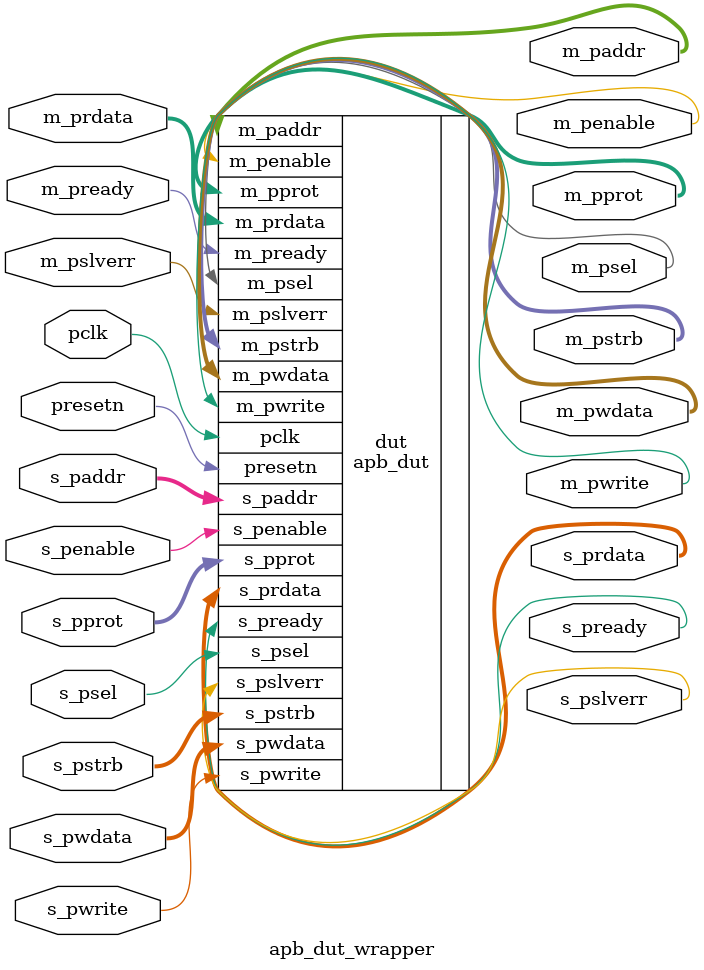
<source format=sv>

module apb_dut_wrapper (
    input  logic         pclk,
    input  logic         presetn,

    // Slave interface (connected to APB master)
    input  logic         s_pwrite,
    input  logic         s_psel,
    input  logic         s_penable,
    input  logic [31:0]  s_paddr,
    input  logic [31:0]  s_pwdata,
    input  logic [3:0]   s_pstrb,
    input  logic [2:0]   s_pprot,

    output logic         s_pready,
    output logic         s_pslverr,
    output logic [31:0]  s_prdata,

    // Master interface (connected to APB slave)
    output logic         m_pwrite,
    output logic         m_psel,
    output logic         m_penable,
    output logic [31:0]  m_paddr,
    output logic [31:0]  m_pwdata,
    output logic [3:0]   m_pstrb,
    output logic [2:0]   m_pprot,
    input  logic         m_pready,
    input  logic         m_pslverr,
    input  logic [31:0]  m_prdata
);

    // Instantiate DUT passthrough
    apb_dut dut (
        .pclk      (pclk),
        .presetn   (presetn),

        .s_pwrite  (s_pwrite),
        .s_psel    (s_psel),
        .s_penable (s_penable),
        .s_paddr   (s_paddr),
        .s_pwdata  (s_pwdata),
        .s_pstrb   (s_pstrb),
        .s_pprot   (s_pprot),

        .s_pready  (s_pready),
        .s_pslverr (s_pslverr),
        .s_prdata  (s_prdata),

        .m_pwrite  (m_pwrite),
        .m_psel    (m_psel),
        .m_penable (m_penable),
        .m_paddr   (m_paddr),
        .m_pwdata  (m_pwdata),
        .m_pstrb   (m_pstrb),
        .m_pprot   (m_pprot),
        .m_pready  (m_pready),
        .m_pslverr (m_pslverr),
        .m_prdata  (m_prdata)
    );

endmodule

</source>
